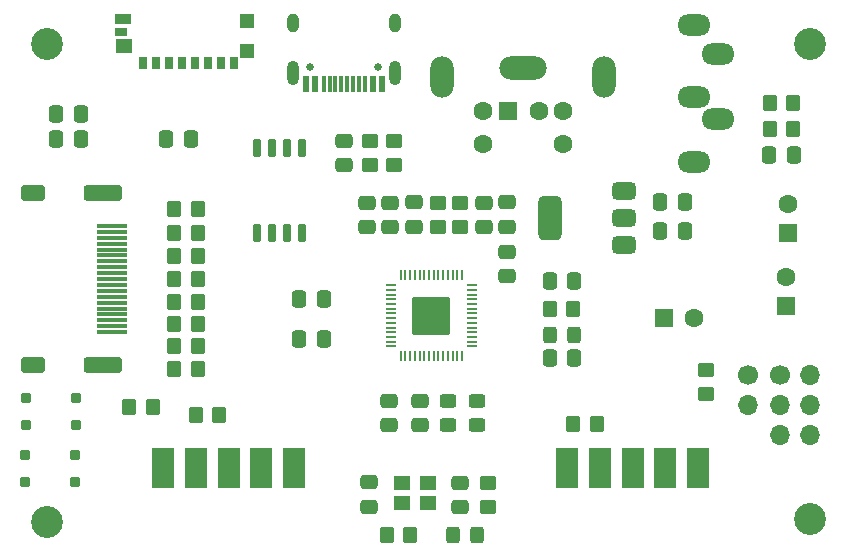
<source format=gbr>
G04 #@! TF.GenerationSoftware,KiCad,Pcbnew,8.0.4*
G04 #@! TF.CreationDate,2024-12-17T15:55:10+02:00*
G04 #@! TF.ProjectId,core,636f7265-2e6b-4696-9361-645f70636258,1.0*
G04 #@! TF.SameCoordinates,Original*
G04 #@! TF.FileFunction,Soldermask,Top*
G04 #@! TF.FilePolarity,Negative*
%FSLAX46Y46*%
G04 Gerber Fmt 4.6, Leading zero omitted, Abs format (unit mm)*
G04 Created by KiCad (PCBNEW 8.0.4) date 2024-12-17 15:55:10*
%MOMM*%
%LPD*%
G01*
G04 APERTURE LIST*
G04 Aperture macros list*
%AMRoundRect*
0 Rectangle with rounded corners*
0 $1 Rounding radius*
0 $2 $3 $4 $5 $6 $7 $8 $9 X,Y pos of 4 corners*
0 Add a 4 corners polygon primitive as box body*
4,1,4,$2,$3,$4,$5,$6,$7,$8,$9,$2,$3,0*
0 Add four circle primitives for the rounded corners*
1,1,$1+$1,$2,$3*
1,1,$1+$1,$4,$5*
1,1,$1+$1,$6,$7*
1,1,$1+$1,$8,$9*
0 Add four rect primitives between the rounded corners*
20,1,$1+$1,$2,$3,$4,$5,0*
20,1,$1+$1,$4,$5,$6,$7,0*
20,1,$1+$1,$6,$7,$8,$9,0*
20,1,$1+$1,$8,$9,$2,$3,0*%
G04 Aperture macros list end*
%ADD10RoundRect,0.150000X0.150000X-0.650000X0.150000X0.650000X-0.150000X0.650000X-0.150000X-0.650000X0*%
%ADD11RoundRect,0.050000X-0.387500X-0.050000X0.387500X-0.050000X0.387500X0.050000X-0.387500X0.050000X0*%
%ADD12RoundRect,0.050000X-0.050000X-0.387500X0.050000X-0.387500X0.050000X0.387500X-0.050000X0.387500X0*%
%ADD13RoundRect,0.144000X-1.456000X-1.456000X1.456000X-1.456000X1.456000X1.456000X-1.456000X1.456000X0*%
%ADD14RoundRect,0.250000X-0.337500X-0.475000X0.337500X-0.475000X0.337500X0.475000X-0.337500X0.475000X0*%
%ADD15RoundRect,0.104987X0.295013X0.295013X-0.295013X0.295013X-0.295013X-0.295013X0.295013X-0.295013X0*%
%ADD16RoundRect,0.375000X0.625000X0.375000X-0.625000X0.375000X-0.625000X-0.375000X0.625000X-0.375000X0*%
%ADD17RoundRect,0.500000X0.500000X1.400000X-0.500000X1.400000X-0.500000X-1.400000X0.500000X-1.400000X0*%
%ADD18R,1.400000X1.200000*%
%ADD19O,2.800000X1.800000*%
%ADD20R,1.846667X3.480000*%
%ADD21RoundRect,0.250000X-0.450000X0.350000X-0.450000X-0.350000X0.450000X-0.350000X0.450000X0.350000X0*%
%ADD22RoundRect,0.250000X-0.350000X-0.450000X0.350000X-0.450000X0.350000X0.450000X-0.350000X0.450000X0*%
%ADD23C,2.700000*%
%ADD24RoundRect,0.250000X0.475000X-0.337500X0.475000X0.337500X-0.475000X0.337500X-0.475000X-0.337500X0*%
%ADD25RoundRect,0.250000X-0.475000X0.337500X-0.475000X-0.337500X0.475000X-0.337500X0.475000X0.337500X0*%
%ADD26R,1.600000X1.600000*%
%ADD27C,1.600000*%
%ADD28O,1.000000X1.600000*%
%ADD29O,1.000000X2.100000*%
%ADD30R,0.600000X1.450000*%
%ADD31R,0.300000X1.450000*%
%ADD32C,0.650000*%
%ADD33O,2.000000X3.500000*%
%ADD34O,4.000000X2.000000*%
%ADD35RoundRect,0.250000X0.350000X0.450000X-0.350000X0.450000X-0.350000X-0.450000X0.350000X-0.450000X0*%
%ADD36O,1.700000X1.700000*%
%ADD37C,1.700000*%
%ADD38RoundRect,0.250000X-0.325000X-0.450000X0.325000X-0.450000X0.325000X0.450000X-0.325000X0.450000X0*%
%ADD39RoundRect,0.250000X0.337500X0.475000X-0.337500X0.475000X-0.337500X-0.475000X0.337500X-0.475000X0*%
%ADD40R,1.150000X1.200000*%
%ADD41R,1.450000X1.200000*%
%ADD42R,1.000000X0.700000*%
%ADD43R,1.400000X0.900000*%
%ADD44R,0.700000X1.000000*%
%ADD45RoundRect,0.250000X0.450000X-0.350000X0.450000X0.350000X-0.450000X0.350000X-0.450000X-0.350000X0*%
%ADD46RoundRect,0.250000X-0.450000X0.325000X-0.450000X-0.325000X0.450000X-0.325000X0.450000X0.325000X0*%
%ADD47R,2.600000X0.300000*%
%ADD48RoundRect,0.350000X-1.300000X0.350000X-1.300000X-0.350000X1.300000X-0.350000X1.300000X0.350000X0*%
%ADD49RoundRect,0.350000X-0.700000X0.350000X-0.700000X-0.350000X0.700000X-0.350000X0.700000X0.350000X0*%
%ADD50RoundRect,0.250000X0.325000X0.450000X-0.325000X0.450000X-0.325000X-0.450000X0.325000X-0.450000X0*%
G04 APERTURE END LIST*
D10*
X142600000Y-67400000D03*
X143870000Y-67400000D03*
X145140000Y-67400000D03*
X146410000Y-67400000D03*
X146410000Y-60200000D03*
X145140000Y-60200000D03*
X143870000Y-60200000D03*
X142600000Y-60200000D03*
D11*
X153925000Y-71800000D03*
X153925000Y-72200000D03*
X153925000Y-72600000D03*
X153925000Y-73000000D03*
X153925000Y-73400000D03*
X153925000Y-73800000D03*
X153925000Y-74200000D03*
X153925000Y-74600000D03*
X153925000Y-75000000D03*
X153925000Y-75400000D03*
X153925000Y-75800000D03*
X153925000Y-76200000D03*
X153925000Y-76600000D03*
X153925000Y-77000000D03*
D12*
X154762500Y-77837500D03*
X155162500Y-77837500D03*
X155562500Y-77837500D03*
X155962500Y-77837500D03*
X156362500Y-77837500D03*
X156762500Y-77837500D03*
X157162500Y-77837500D03*
X157562500Y-77837500D03*
X157962500Y-77837500D03*
X158362500Y-77837500D03*
X158762500Y-77837500D03*
X159162500Y-77837500D03*
X159562500Y-77837500D03*
X159962500Y-77837500D03*
D11*
X160800000Y-77000000D03*
X160800000Y-76600000D03*
X160800000Y-76200000D03*
X160800000Y-75800000D03*
X160800000Y-75400000D03*
X160800000Y-75000000D03*
X160800000Y-74600000D03*
X160800000Y-74200000D03*
X160800000Y-73800000D03*
X160800000Y-73400000D03*
X160800000Y-73000000D03*
X160800000Y-72600000D03*
X160800000Y-72200000D03*
X160800000Y-71800000D03*
D12*
X159962500Y-70962500D03*
X159562500Y-70962500D03*
X159162500Y-70962500D03*
X158762500Y-70962500D03*
X158362500Y-70962500D03*
X157962500Y-70962500D03*
X157562500Y-70962500D03*
X157162500Y-70962500D03*
X156762500Y-70962500D03*
X156362500Y-70962500D03*
X155962500Y-70962500D03*
X155562500Y-70962500D03*
X155162500Y-70962500D03*
X154762500Y-70962500D03*
D13*
X157362500Y-74400000D03*
D14*
X167375000Y-77950000D03*
X169450000Y-77950000D03*
D15*
X127200000Y-88455000D03*
X122990000Y-88455000D03*
X127200000Y-86200000D03*
X122990000Y-86200000D03*
X127255000Y-83655000D03*
X123045000Y-83655000D03*
X127255000Y-81400000D03*
X123045000Y-81400000D03*
D16*
X173700000Y-68400000D03*
X173700000Y-66100000D03*
D17*
X167400000Y-66100000D03*
D16*
X173700000Y-63800000D03*
D18*
X157100000Y-88550000D03*
X154900000Y-88550000D03*
X154900000Y-90250000D03*
X157100000Y-90250000D03*
D19*
X181600000Y-57700000D03*
X179600000Y-55900000D03*
X179600000Y-49800000D03*
X181600000Y-52200000D03*
X179600000Y-61400000D03*
D20*
X179940000Y-87300000D03*
X177170000Y-87300000D03*
X174400000Y-87300000D03*
X171630000Y-87300000D03*
X168860000Y-87300000D03*
X134660000Y-87300000D03*
X137430000Y-87300000D03*
X140200000Y-87300000D03*
X142970000Y-87300000D03*
X145740000Y-87300000D03*
D21*
X157900000Y-64875000D03*
X157900000Y-66875000D03*
D22*
X135600000Y-65400000D03*
X137600000Y-65400000D03*
D23*
X189400000Y-51400000D03*
D24*
X161800000Y-66912500D03*
X161800000Y-64837500D03*
X151900000Y-66912500D03*
X151900000Y-64837500D03*
D25*
X159800000Y-88525000D03*
X159800000Y-90600000D03*
D22*
X135600000Y-73200000D03*
X137600000Y-73200000D03*
D26*
X187600000Y-67405113D03*
D27*
X187600000Y-64905113D03*
D28*
X145680000Y-49650000D03*
D29*
X145680000Y-53830000D03*
D28*
X154320000Y-49650000D03*
D29*
X154320000Y-53830000D03*
D30*
X146775000Y-54745000D03*
X147550000Y-54745000D03*
D31*
X148250000Y-54745000D03*
X148750000Y-54745000D03*
X149250000Y-54745000D03*
X149750000Y-54745000D03*
X150250000Y-54745000D03*
X150750000Y-54745000D03*
X151250000Y-54745000D03*
X151750000Y-54745000D03*
D30*
X152450000Y-54745000D03*
X153225000Y-54745000D03*
D32*
X147110000Y-53300000D03*
X152890000Y-53300000D03*
D26*
X163850000Y-57050000D03*
D27*
X166450000Y-57050000D03*
D33*
X172000000Y-54200000D03*
D34*
X165150000Y-53400000D03*
D27*
X161750000Y-57050000D03*
D33*
X158300000Y-54200000D03*
D27*
X168550000Y-57050000D03*
X161750000Y-59850000D03*
X168550000Y-59850000D03*
D24*
X152100000Y-90550000D03*
X152100000Y-88475000D03*
D22*
X135600000Y-75100000D03*
X137600000Y-75100000D03*
D35*
X139400000Y-82800000D03*
X137400000Y-82800000D03*
D14*
X125600000Y-59400000D03*
X127675000Y-59400000D03*
D36*
X189409000Y-84492000D03*
X186869000Y-84492000D03*
X189409000Y-81952000D03*
X186869000Y-81952000D03*
X189409000Y-79412000D03*
D37*
X186869000Y-79412000D03*
D24*
X163800000Y-71037500D03*
X163800000Y-68962500D03*
D25*
X156400000Y-81600000D03*
X156400000Y-83675000D03*
D22*
X186000000Y-58600000D03*
X188000000Y-58600000D03*
D38*
X167375000Y-76000000D03*
X169425000Y-76000000D03*
D22*
X135600000Y-71300000D03*
X137600000Y-71300000D03*
D39*
X137000000Y-59400000D03*
X134925000Y-59400000D03*
D21*
X159800000Y-64875000D03*
X159800000Y-66875000D03*
D24*
X155900000Y-66875000D03*
X155900000Y-64800000D03*
D35*
X133800000Y-82100000D03*
X131800000Y-82100000D03*
D25*
X153800000Y-81600000D03*
X153800000Y-83675000D03*
D36*
X184206000Y-81953000D03*
D37*
X184206000Y-79413000D03*
D39*
X148237500Y-73000000D03*
X146162500Y-73000000D03*
X188037500Y-60800000D03*
X185962500Y-60800000D03*
D14*
X176762500Y-67200000D03*
X178837500Y-67200000D03*
D25*
X150000000Y-59562500D03*
X150000000Y-61637500D03*
D40*
X141725000Y-51990000D03*
X141725000Y-49400000D03*
D41*
X131325000Y-51550000D03*
D42*
X131100000Y-50400000D03*
D43*
X131300000Y-49250000D03*
D44*
X132950000Y-53040000D03*
X134050000Y-53040000D03*
X135150000Y-53040000D03*
X136250000Y-53040000D03*
X137350000Y-53040000D03*
X138450000Y-53040000D03*
X139550000Y-53040000D03*
X140650000Y-53040000D03*
D22*
X169400000Y-83600000D03*
X171400000Y-83600000D03*
D45*
X152200000Y-61600000D03*
X152200000Y-59600000D03*
D23*
X189400000Y-91600000D03*
D46*
X161200000Y-81612500D03*
X161200000Y-83662500D03*
D47*
X130320000Y-75791000D03*
X130320000Y-75291000D03*
X130320000Y-74791000D03*
X130320000Y-74291000D03*
X130320000Y-73791000D03*
X130320000Y-73291000D03*
X130320000Y-72791000D03*
X130320000Y-72291000D03*
X130320000Y-71791000D03*
X130320000Y-71291000D03*
X130320000Y-70791000D03*
X130320000Y-70291000D03*
X130320000Y-69791000D03*
X130320000Y-69291000D03*
X130320000Y-68791000D03*
X130320000Y-68291000D03*
X130320000Y-67791000D03*
X130320000Y-67291000D03*
X130320000Y-66791000D03*
D48*
X129560000Y-64041000D03*
D49*
X123600000Y-64041000D03*
X123600000Y-78541000D03*
D48*
X129560000Y-78541000D03*
D22*
X135600000Y-67400000D03*
X137600000Y-67400000D03*
D26*
X177100000Y-74600000D03*
D27*
X179600000Y-74600000D03*
D21*
X162200000Y-88550000D03*
X162200000Y-90550000D03*
D14*
X176762500Y-64800000D03*
X178837500Y-64800000D03*
D22*
X135600000Y-69300000D03*
X137600000Y-69300000D03*
D24*
X153900000Y-66912500D03*
X153900000Y-64837500D03*
D46*
X158800000Y-81612500D03*
X158800000Y-83662500D03*
D22*
X135600000Y-78900000D03*
X137600000Y-78900000D03*
X186000000Y-56400000D03*
X188000000Y-56400000D03*
D21*
X180600000Y-79000000D03*
X180600000Y-81000000D03*
D22*
X135600000Y-77000000D03*
X137600000Y-77000000D03*
D45*
X154200000Y-61600000D03*
X154200000Y-59600000D03*
D26*
X187400000Y-73600000D03*
D27*
X187400000Y-71100000D03*
D50*
X161250000Y-93000000D03*
X159200000Y-93000000D03*
D24*
X163800000Y-66875000D03*
X163800000Y-64800000D03*
D23*
X124800000Y-91850000D03*
D14*
X125600000Y-57350000D03*
X127675000Y-57350000D03*
D35*
X155600000Y-93000000D03*
X153600000Y-93000000D03*
D39*
X148237500Y-76400000D03*
X146162500Y-76400000D03*
D23*
X124800000Y-51400000D03*
D14*
X167401000Y-71489000D03*
X169476000Y-71489000D03*
D35*
X169400000Y-73800000D03*
X167400000Y-73800000D03*
M02*

</source>
